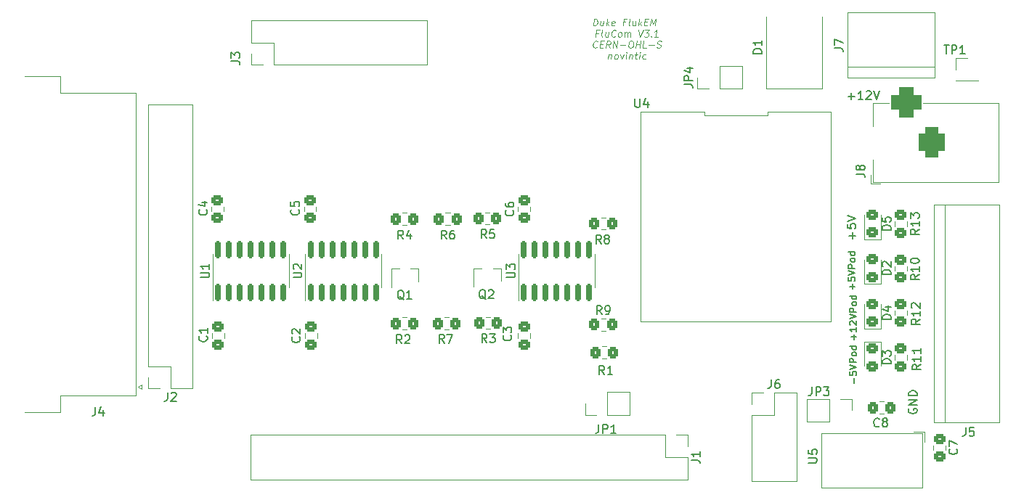
<source format=gbr>
G04 #@! TF.GenerationSoftware,KiCad,Pcbnew,(6.0.11-0)*
G04 #@! TF.CreationDate,2023-04-16T22:12:13+02:00*
G04 #@! TF.ProjectId,FluCom3,466c7543-6f6d-4332-9e6b-696361645f70,3.1*
G04 #@! TF.SameCoordinates,Original*
G04 #@! TF.FileFunction,Legend,Top*
G04 #@! TF.FilePolarity,Positive*
%FSLAX46Y46*%
G04 Gerber Fmt 4.6, Leading zero omitted, Abs format (unit mm)*
G04 Created by KiCad (PCBNEW (6.0.11-0)) date 2023-04-16 22:12:13*
%MOMM*%
%LPD*%
G01*
G04 APERTURE LIST*
G04 Aperture macros list*
%AMRoundRect*
0 Rectangle with rounded corners*
0 $1 Rounding radius*
0 $2 $3 $4 $5 $6 $7 $8 $9 X,Y pos of 4 corners*
0 Add a 4 corners polygon primitive as box body*
4,1,4,$2,$3,$4,$5,$6,$7,$8,$9,$2,$3,0*
0 Add four circle primitives for the rounded corners*
1,1,$1+$1,$2,$3*
1,1,$1+$1,$4,$5*
1,1,$1+$1,$6,$7*
1,1,$1+$1,$8,$9*
0 Add four rect primitives between the rounded corners*
20,1,$1+$1,$2,$3,$4,$5,0*
20,1,$1+$1,$4,$5,$6,$7,0*
20,1,$1+$1,$6,$7,$8,$9,0*
20,1,$1+$1,$8,$9,$2,$3,0*%
G04 Aperture macros list end*
%ADD10C,0.100000*%
%ADD11C,0.200000*%
%ADD12C,0.150000*%
%ADD13C,0.120000*%
%ADD14RoundRect,0.250000X-0.450000X0.325000X-0.450000X-0.325000X0.450000X-0.325000X0.450000X0.325000X0*%
%ADD15RoundRect,0.250000X0.450000X-0.325000X0.450000X0.325000X-0.450000X0.325000X-0.450000X-0.325000X0*%
%ADD16R,3.300000X2.500000*%
%ADD17R,1.700000X1.700000*%
%ADD18O,1.700000X1.700000*%
%ADD19R,3.500000X3.500000*%
%ADD20RoundRect,0.750000X0.750000X1.000000X-0.750000X1.000000X-0.750000X-1.000000X0.750000X-1.000000X0*%
%ADD21RoundRect,0.875000X0.875000X0.875000X-0.875000X0.875000X-0.875000X-0.875000X0.875000X-0.875000X0*%
%ADD22R,3.000000X3.000000*%
%ADD23C,3.000000*%
%ADD24R,0.800000X0.900000*%
%ADD25RoundRect,0.250000X0.325000X0.450000X-0.325000X0.450000X-0.325000X-0.450000X0.325000X-0.450000X0*%
%ADD26RoundRect,0.150000X0.150000X-0.825000X0.150000X0.825000X-0.150000X0.825000X-0.150000X-0.825000X0*%
%ADD27R,1.500000X2.000000*%
%ADD28O,1.500000X2.000000*%
%ADD29RoundRect,0.250000X-0.325000X-0.450000X0.325000X-0.450000X0.325000X0.450000X-0.325000X0.450000X0*%
%ADD30R,1.600000X1.600000*%
%ADD31C,1.600000*%
%ADD32O,2.000000X1.200000*%
G04 APERTURE END LIST*
D10*
X123319500Y-86429904D02*
X123419500Y-85629904D01*
X123609976Y-85629904D01*
X123719500Y-85668000D01*
X123786166Y-85744190D01*
X123814738Y-85820380D01*
X123833785Y-85972761D01*
X123819500Y-86087047D01*
X123762357Y-86239428D01*
X123714738Y-86315619D01*
X123629023Y-86391809D01*
X123509976Y-86429904D01*
X123319500Y-86429904D01*
X124529023Y-85896571D02*
X124462357Y-86429904D01*
X124186166Y-85896571D02*
X124133785Y-86315619D01*
X124162357Y-86391809D01*
X124233785Y-86429904D01*
X124348071Y-86429904D01*
X124429023Y-86391809D01*
X124471880Y-86353714D01*
X124843309Y-86429904D02*
X124943309Y-85629904D01*
X124957595Y-86125142D02*
X125148071Y-86429904D01*
X125214738Y-85896571D02*
X124871880Y-86201333D01*
X125800452Y-86391809D02*
X125719500Y-86429904D01*
X125567119Y-86429904D01*
X125495690Y-86391809D01*
X125467119Y-86315619D01*
X125505214Y-86010857D01*
X125552833Y-85934666D01*
X125633785Y-85896571D01*
X125786166Y-85896571D01*
X125857595Y-85934666D01*
X125886166Y-86010857D01*
X125876642Y-86087047D01*
X125486166Y-86163238D01*
X127105214Y-86010857D02*
X126838547Y-86010857D01*
X126786166Y-86429904D02*
X126886166Y-85629904D01*
X127267119Y-85629904D01*
X127586166Y-86429904D02*
X127514738Y-86391809D01*
X127486166Y-86315619D01*
X127571880Y-85629904D01*
X128300452Y-85896571D02*
X128233785Y-86429904D01*
X127957595Y-85896571D02*
X127905214Y-86315619D01*
X127933785Y-86391809D01*
X128005214Y-86429904D01*
X128119500Y-86429904D01*
X128200452Y-86391809D01*
X128243309Y-86353714D01*
X128614738Y-86429904D02*
X128714738Y-85629904D01*
X128729023Y-86125142D02*
X128919500Y-86429904D01*
X128986166Y-85896571D02*
X128643309Y-86201333D01*
X129314738Y-86010857D02*
X129581404Y-86010857D01*
X129643309Y-86429904D02*
X129262357Y-86429904D01*
X129362357Y-85629904D01*
X129743309Y-85629904D01*
X129986166Y-86429904D02*
X130086166Y-85629904D01*
X130281404Y-86201333D01*
X130619500Y-85629904D01*
X130519500Y-86429904D01*
X123924261Y-87298857D02*
X123657595Y-87298857D01*
X123605214Y-87717904D02*
X123705214Y-86917904D01*
X124086166Y-86917904D01*
X124405214Y-87717904D02*
X124333785Y-87679809D01*
X124305214Y-87603619D01*
X124390928Y-86917904D01*
X125119500Y-87184571D02*
X125052833Y-87717904D01*
X124776642Y-87184571D02*
X124724261Y-87603619D01*
X124752833Y-87679809D01*
X124824261Y-87717904D01*
X124938547Y-87717904D01*
X125019500Y-87679809D01*
X125062357Y-87641714D01*
X125900452Y-87641714D02*
X125857595Y-87679809D01*
X125738547Y-87717904D01*
X125662357Y-87717904D01*
X125552833Y-87679809D01*
X125486166Y-87603619D01*
X125457595Y-87527428D01*
X125438547Y-87375047D01*
X125452833Y-87260761D01*
X125509976Y-87108380D01*
X125557595Y-87032190D01*
X125643309Y-86956000D01*
X125762357Y-86917904D01*
X125838547Y-86917904D01*
X125948071Y-86956000D01*
X125981404Y-86994095D01*
X126348071Y-87717904D02*
X126276642Y-87679809D01*
X126243309Y-87641714D01*
X126214738Y-87565523D01*
X126243309Y-87336952D01*
X126290928Y-87260761D01*
X126333785Y-87222666D01*
X126414738Y-87184571D01*
X126529023Y-87184571D01*
X126600452Y-87222666D01*
X126633785Y-87260761D01*
X126662357Y-87336952D01*
X126633785Y-87565523D01*
X126586166Y-87641714D01*
X126543309Y-87679809D01*
X126462357Y-87717904D01*
X126348071Y-87717904D01*
X126957595Y-87717904D02*
X127024261Y-87184571D01*
X127014738Y-87260761D02*
X127057595Y-87222666D01*
X127138547Y-87184571D01*
X127252833Y-87184571D01*
X127324261Y-87222666D01*
X127352833Y-87298857D01*
X127300452Y-87717904D01*
X127352833Y-87298857D02*
X127400452Y-87222666D01*
X127481404Y-87184571D01*
X127595690Y-87184571D01*
X127667119Y-87222666D01*
X127695690Y-87298857D01*
X127643309Y-87717904D01*
X128619500Y-86917904D02*
X128786166Y-87717904D01*
X129152833Y-86917904D01*
X129343309Y-86917904D02*
X129838547Y-86917904D01*
X129533785Y-87222666D01*
X129648071Y-87222666D01*
X129719500Y-87260761D01*
X129752833Y-87298857D01*
X129781404Y-87375047D01*
X129757595Y-87565523D01*
X129709976Y-87641714D01*
X129667119Y-87679809D01*
X129586166Y-87717904D01*
X129357595Y-87717904D01*
X129286166Y-87679809D01*
X129252833Y-87641714D01*
X130090928Y-87641714D02*
X130124261Y-87679809D01*
X130081404Y-87717904D01*
X130048071Y-87679809D01*
X130090928Y-87641714D01*
X130081404Y-87717904D01*
X130881404Y-87717904D02*
X130424261Y-87717904D01*
X130652833Y-87717904D02*
X130752833Y-86917904D01*
X130662357Y-87032190D01*
X130576642Y-87108380D01*
X130495690Y-87146476D01*
X123767119Y-88929714D02*
X123724261Y-88967809D01*
X123605214Y-89005904D01*
X123529023Y-89005904D01*
X123419500Y-88967809D01*
X123352833Y-88891619D01*
X123324261Y-88815428D01*
X123305214Y-88663047D01*
X123319500Y-88548761D01*
X123376642Y-88396380D01*
X123424261Y-88320190D01*
X123509976Y-88244000D01*
X123629023Y-88205904D01*
X123705214Y-88205904D01*
X123814738Y-88244000D01*
X123848071Y-88282095D01*
X124152833Y-88586857D02*
X124419500Y-88586857D01*
X124481404Y-89005904D02*
X124100452Y-89005904D01*
X124200452Y-88205904D01*
X124581404Y-88205904D01*
X125281404Y-89005904D02*
X125062357Y-88624952D01*
X124824261Y-89005904D02*
X124924261Y-88205904D01*
X125229023Y-88205904D01*
X125300452Y-88244000D01*
X125333785Y-88282095D01*
X125362357Y-88358285D01*
X125348071Y-88472571D01*
X125300452Y-88548761D01*
X125257595Y-88586857D01*
X125176642Y-88624952D01*
X124871880Y-88624952D01*
X125624261Y-89005904D02*
X125724261Y-88205904D01*
X126081404Y-89005904D01*
X126181404Y-88205904D01*
X126500452Y-88701142D02*
X127109976Y-88701142D01*
X127705214Y-88205904D02*
X127857595Y-88205904D01*
X127929023Y-88244000D01*
X127995690Y-88320190D01*
X128014738Y-88472571D01*
X127981404Y-88739238D01*
X127924261Y-88891619D01*
X127838547Y-88967809D01*
X127757595Y-89005904D01*
X127605214Y-89005904D01*
X127533785Y-88967809D01*
X127467119Y-88891619D01*
X127448071Y-88739238D01*
X127481404Y-88472571D01*
X127538547Y-88320190D01*
X127624261Y-88244000D01*
X127705214Y-88205904D01*
X128290928Y-89005904D02*
X128390928Y-88205904D01*
X128343309Y-88586857D02*
X128800452Y-88586857D01*
X128748071Y-89005904D02*
X128848071Y-88205904D01*
X129509976Y-89005904D02*
X129129023Y-89005904D01*
X129229023Y-88205904D01*
X129814738Y-88701142D02*
X130424261Y-88701142D01*
X130733785Y-88967809D02*
X130843309Y-89005904D01*
X131033785Y-89005904D01*
X131114738Y-88967809D01*
X131157595Y-88929714D01*
X131205214Y-88853523D01*
X131214738Y-88777333D01*
X131186166Y-88701142D01*
X131152833Y-88663047D01*
X131081404Y-88624952D01*
X130933785Y-88586857D01*
X130862357Y-88548761D01*
X130829023Y-88510666D01*
X130800452Y-88434476D01*
X130809976Y-88358285D01*
X130857595Y-88282095D01*
X130900452Y-88244000D01*
X130981404Y-88205904D01*
X131171880Y-88205904D01*
X131281404Y-88244000D01*
X125138547Y-89760571D02*
X125071880Y-90293904D01*
X125129023Y-89836761D02*
X125171880Y-89798666D01*
X125252833Y-89760571D01*
X125367119Y-89760571D01*
X125438547Y-89798666D01*
X125467119Y-89874857D01*
X125414738Y-90293904D01*
X125909976Y-90293904D02*
X125838547Y-90255809D01*
X125805214Y-90217714D01*
X125776642Y-90141523D01*
X125805214Y-89912952D01*
X125852833Y-89836761D01*
X125895690Y-89798666D01*
X125976642Y-89760571D01*
X126090928Y-89760571D01*
X126162357Y-89798666D01*
X126195690Y-89836761D01*
X126224261Y-89912952D01*
X126195690Y-90141523D01*
X126148071Y-90217714D01*
X126105214Y-90255809D01*
X126024261Y-90293904D01*
X125909976Y-90293904D01*
X126509976Y-89760571D02*
X126633785Y-90293904D01*
X126890928Y-89760571D01*
X127129023Y-90293904D02*
X127195690Y-89760571D01*
X127229023Y-89493904D02*
X127186166Y-89532000D01*
X127219500Y-89570095D01*
X127262357Y-89532000D01*
X127229023Y-89493904D01*
X127219500Y-89570095D01*
X127576642Y-89760571D02*
X127509976Y-90293904D01*
X127567119Y-89836761D02*
X127609976Y-89798666D01*
X127690928Y-89760571D01*
X127805214Y-89760571D01*
X127876642Y-89798666D01*
X127905214Y-89874857D01*
X127852833Y-90293904D01*
X128186166Y-89760571D02*
X128490928Y-89760571D01*
X128333785Y-89493904D02*
X128248071Y-90179619D01*
X128276642Y-90255809D01*
X128348071Y-90293904D01*
X128424261Y-90293904D01*
X128690928Y-90293904D02*
X128757595Y-89760571D01*
X128790928Y-89493904D02*
X128748071Y-89532000D01*
X128781404Y-89570095D01*
X128824261Y-89532000D01*
X128790928Y-89493904D01*
X128781404Y-89570095D01*
X129419500Y-90255809D02*
X129338547Y-90293904D01*
X129186166Y-90293904D01*
X129114738Y-90255809D01*
X129081404Y-90217714D01*
X129052833Y-90141523D01*
X129081404Y-89912952D01*
X129129023Y-89836761D01*
X129171880Y-89798666D01*
X129252833Y-89760571D01*
X129405214Y-89760571D01*
X129476642Y-89798666D01*
D11*
X153557142Y-117152380D02*
X153557142Y-116542857D01*
X153861904Y-116847619D02*
X153252380Y-116847619D01*
X153061904Y-115780952D02*
X153061904Y-116161904D01*
X153442857Y-116200000D01*
X153404761Y-116161904D01*
X153366666Y-116085714D01*
X153366666Y-115895238D01*
X153404761Y-115819047D01*
X153442857Y-115780952D01*
X153519047Y-115742857D01*
X153709523Y-115742857D01*
X153785714Y-115780952D01*
X153823809Y-115819047D01*
X153861904Y-115895238D01*
X153861904Y-116085714D01*
X153823809Y-116161904D01*
X153785714Y-116200000D01*
X153061904Y-115514285D02*
X153861904Y-115247619D01*
X153061904Y-114980952D01*
X153861904Y-114714285D02*
X153061904Y-114714285D01*
X153061904Y-114409523D01*
X153100000Y-114333333D01*
X153138095Y-114295238D01*
X153214285Y-114257142D01*
X153328571Y-114257142D01*
X153404761Y-114295238D01*
X153442857Y-114333333D01*
X153480952Y-114409523D01*
X153480952Y-114714285D01*
X153861904Y-113800000D02*
X153823809Y-113876190D01*
X153785714Y-113914285D01*
X153709523Y-113952380D01*
X153480952Y-113952380D01*
X153404761Y-113914285D01*
X153366666Y-113876190D01*
X153328571Y-113800000D01*
X153328571Y-113685714D01*
X153366666Y-113609523D01*
X153404761Y-113571428D01*
X153480952Y-113533333D01*
X153709523Y-113533333D01*
X153785714Y-113571428D01*
X153823809Y-113609523D01*
X153861904Y-113685714D01*
X153861904Y-113800000D01*
X153861904Y-112847619D02*
X153061904Y-112847619D01*
X153823809Y-112847619D02*
X153861904Y-112923809D01*
X153861904Y-113076190D01*
X153823809Y-113152380D01*
X153785714Y-113190476D01*
X153709523Y-113228571D01*
X153480952Y-113228571D01*
X153404761Y-113190476D01*
X153366666Y-113152380D01*
X153328571Y-113076190D01*
X153328571Y-112923809D01*
X153366666Y-112847619D01*
X153025695Y-94661028D02*
X153787600Y-94661028D01*
X153406647Y-95041980D02*
X153406647Y-94280076D01*
X154787600Y-95041980D02*
X154216171Y-95041980D01*
X154501885Y-95041980D02*
X154501885Y-94041980D01*
X154406647Y-94184838D01*
X154311409Y-94280076D01*
X154216171Y-94327695D01*
X155168552Y-94137219D02*
X155216171Y-94089600D01*
X155311409Y-94041980D01*
X155549504Y-94041980D01*
X155644742Y-94089600D01*
X155692361Y-94137219D01*
X155739980Y-94232457D01*
X155739980Y-94327695D01*
X155692361Y-94470552D01*
X155120933Y-95041980D01*
X155739980Y-95041980D01*
X156025695Y-94041980D02*
X156359028Y-95041980D01*
X156692361Y-94041980D01*
X160129600Y-131114704D02*
X160081980Y-131209942D01*
X160081980Y-131352800D01*
X160129600Y-131495657D01*
X160224838Y-131590895D01*
X160320076Y-131638514D01*
X160510552Y-131686133D01*
X160653409Y-131686133D01*
X160843885Y-131638514D01*
X160939123Y-131590895D01*
X161034361Y-131495657D01*
X161081980Y-131352800D01*
X161081980Y-131257561D01*
X161034361Y-131114704D01*
X160986742Y-131067085D01*
X160653409Y-131067085D01*
X160653409Y-131257561D01*
X161081980Y-130638514D02*
X160081980Y-130638514D01*
X161081980Y-130067085D01*
X160081980Y-130067085D01*
X161081980Y-129590895D02*
X160081980Y-129590895D01*
X160081980Y-129352800D01*
X160129600Y-129209942D01*
X160224838Y-129114704D01*
X160320076Y-129067085D01*
X160510552Y-129019466D01*
X160653409Y-129019466D01*
X160843885Y-129067085D01*
X160939123Y-129114704D01*
X161034361Y-129209942D01*
X161081980Y-129352800D01*
X161081980Y-129590895D01*
X153727142Y-123033333D02*
X153727142Y-122423809D01*
X154031904Y-122728571D02*
X153422380Y-122728571D01*
X154031904Y-121623809D02*
X154031904Y-122080952D01*
X154031904Y-121852380D02*
X153231904Y-121852380D01*
X153346190Y-121928571D01*
X153422380Y-122004761D01*
X153460476Y-122080952D01*
X153308095Y-121319047D02*
X153270000Y-121280952D01*
X153231904Y-121204761D01*
X153231904Y-121014285D01*
X153270000Y-120938095D01*
X153308095Y-120900000D01*
X153384285Y-120861904D01*
X153460476Y-120861904D01*
X153574761Y-120900000D01*
X154031904Y-121357142D01*
X154031904Y-120861904D01*
X153231904Y-120633333D02*
X154031904Y-120366666D01*
X153231904Y-120100000D01*
X154031904Y-119833333D02*
X153231904Y-119833333D01*
X153231904Y-119528571D01*
X153270000Y-119452380D01*
X153308095Y-119414285D01*
X153384285Y-119376190D01*
X153498571Y-119376190D01*
X153574761Y-119414285D01*
X153612857Y-119452380D01*
X153650952Y-119528571D01*
X153650952Y-119833333D01*
X154031904Y-118919047D02*
X153993809Y-118995238D01*
X153955714Y-119033333D01*
X153879523Y-119071428D01*
X153650952Y-119071428D01*
X153574761Y-119033333D01*
X153536666Y-118995238D01*
X153498571Y-118919047D01*
X153498571Y-118804761D01*
X153536666Y-118728571D01*
X153574761Y-118690476D01*
X153650952Y-118652380D01*
X153879523Y-118652380D01*
X153955714Y-118690476D01*
X153993809Y-118728571D01*
X154031904Y-118804761D01*
X154031904Y-118919047D01*
X154031904Y-117966666D02*
X153231904Y-117966666D01*
X153993809Y-117966666D02*
X154031904Y-118042857D01*
X154031904Y-118195238D01*
X153993809Y-118271428D01*
X153955714Y-118309523D01*
X153879523Y-118347619D01*
X153650952Y-118347619D01*
X153574761Y-118309523D01*
X153536666Y-118271428D01*
X153498571Y-118195238D01*
X153498571Y-118042857D01*
X153536666Y-117966666D01*
X153727142Y-128152380D02*
X153727142Y-127542857D01*
X153231904Y-126780952D02*
X153231904Y-127161904D01*
X153612857Y-127200000D01*
X153574761Y-127161904D01*
X153536666Y-127085714D01*
X153536666Y-126895238D01*
X153574761Y-126819047D01*
X153612857Y-126780952D01*
X153689047Y-126742857D01*
X153879523Y-126742857D01*
X153955714Y-126780952D01*
X153993809Y-126819047D01*
X154031904Y-126895238D01*
X154031904Y-127085714D01*
X153993809Y-127161904D01*
X153955714Y-127200000D01*
X153231904Y-126514285D02*
X154031904Y-126247619D01*
X153231904Y-125980952D01*
X154031904Y-125714285D02*
X153231904Y-125714285D01*
X153231904Y-125409523D01*
X153270000Y-125333333D01*
X153308095Y-125295238D01*
X153384285Y-125257142D01*
X153498571Y-125257142D01*
X153574761Y-125295238D01*
X153612857Y-125333333D01*
X153650952Y-125409523D01*
X153650952Y-125714285D01*
X154031904Y-124800000D02*
X153993809Y-124876190D01*
X153955714Y-124914285D01*
X153879523Y-124952380D01*
X153650952Y-124952380D01*
X153574761Y-124914285D01*
X153536666Y-124876190D01*
X153498571Y-124800000D01*
X153498571Y-124685714D01*
X153536666Y-124609523D01*
X153574761Y-124571428D01*
X153650952Y-124533333D01*
X153879523Y-124533333D01*
X153955714Y-124571428D01*
X153993809Y-124609523D01*
X154031904Y-124685714D01*
X154031904Y-124800000D01*
X154031904Y-123847619D02*
X153231904Y-123847619D01*
X153993809Y-123847619D02*
X154031904Y-123923809D01*
X154031904Y-124076190D01*
X153993809Y-124152380D01*
X153955714Y-124190476D01*
X153879523Y-124228571D01*
X153650952Y-124228571D01*
X153574761Y-124190476D01*
X153536666Y-124152380D01*
X153498571Y-124076190D01*
X153498571Y-123923809D01*
X153536666Y-123847619D01*
X153571428Y-111285714D02*
X153571428Y-110523809D01*
X153952380Y-110904761D02*
X153190476Y-110904761D01*
X152952380Y-109571428D02*
X152952380Y-110047619D01*
X153428571Y-110095238D01*
X153380952Y-110047619D01*
X153333333Y-109952380D01*
X153333333Y-109714285D01*
X153380952Y-109619047D01*
X153428571Y-109571428D01*
X153523809Y-109523809D01*
X153761904Y-109523809D01*
X153857142Y-109571428D01*
X153904761Y-109619047D01*
X153952380Y-109714285D01*
X153952380Y-109952380D01*
X153904761Y-110047619D01*
X153857142Y-110095238D01*
X152952380Y-109238095D02*
X153952380Y-108904761D01*
X152952380Y-108571428D01*
D12*
X78260742Y-122647066D02*
X78308361Y-122694685D01*
X78355980Y-122837542D01*
X78355980Y-122932780D01*
X78308361Y-123075638D01*
X78213123Y-123170876D01*
X78117885Y-123218495D01*
X77927409Y-123266114D01*
X77784552Y-123266114D01*
X77594076Y-123218495D01*
X77498838Y-123170876D01*
X77403600Y-123075638D01*
X77355980Y-122932780D01*
X77355980Y-122837542D01*
X77403600Y-122694685D01*
X77451219Y-122647066D01*
X78355980Y-121694685D02*
X78355980Y-122266114D01*
X78355980Y-121980400D02*
X77355980Y-121980400D01*
X77498838Y-122075638D01*
X77594076Y-122170876D01*
X77641695Y-122266114D01*
X89081142Y-122747066D02*
X89128761Y-122794685D01*
X89176380Y-122937542D01*
X89176380Y-123032780D01*
X89128761Y-123175638D01*
X89033523Y-123270876D01*
X88938285Y-123318495D01*
X88747809Y-123366114D01*
X88604952Y-123366114D01*
X88414476Y-123318495D01*
X88319238Y-123270876D01*
X88224000Y-123175638D01*
X88176380Y-123032780D01*
X88176380Y-122937542D01*
X88224000Y-122794685D01*
X88271619Y-122747066D01*
X88271619Y-122366114D02*
X88224000Y-122318495D01*
X88176380Y-122223257D01*
X88176380Y-121985161D01*
X88224000Y-121889923D01*
X88271619Y-121842304D01*
X88366857Y-121794685D01*
X88462095Y-121794685D01*
X88604952Y-121842304D01*
X89176380Y-122413733D01*
X89176380Y-121794685D01*
X88979542Y-107889266D02*
X89027161Y-107936885D01*
X89074780Y-108079742D01*
X89074780Y-108174980D01*
X89027161Y-108317838D01*
X88931923Y-108413076D01*
X88836685Y-108460695D01*
X88646209Y-108508314D01*
X88503352Y-108508314D01*
X88312876Y-108460695D01*
X88217638Y-108413076D01*
X88122400Y-108317838D01*
X88074780Y-108174980D01*
X88074780Y-108079742D01*
X88122400Y-107936885D01*
X88170019Y-107889266D01*
X88074780Y-106984504D02*
X88074780Y-107460695D01*
X88550971Y-107508314D01*
X88503352Y-107460695D01*
X88455733Y-107365457D01*
X88455733Y-107127361D01*
X88503352Y-107032123D01*
X88550971Y-106984504D01*
X88646209Y-106936885D01*
X88884304Y-106936885D01*
X88979542Y-106984504D01*
X89027161Y-107032123D01*
X89074780Y-107127361D01*
X89074780Y-107365457D01*
X89027161Y-107460695D01*
X88979542Y-107508314D01*
X165710142Y-135802666D02*
X165757761Y-135850285D01*
X165805380Y-135993142D01*
X165805380Y-136088380D01*
X165757761Y-136231238D01*
X165662523Y-136326476D01*
X165567285Y-136374095D01*
X165376809Y-136421714D01*
X165233952Y-136421714D01*
X165043476Y-136374095D01*
X164948238Y-136326476D01*
X164853000Y-136231238D01*
X164805380Y-136088380D01*
X164805380Y-135993142D01*
X164853000Y-135850285D01*
X164900619Y-135802666D01*
X164805380Y-135469333D02*
X164805380Y-134802666D01*
X165805380Y-135231238D01*
X158027380Y-115463095D02*
X157027380Y-115463095D01*
X157027380Y-115225000D01*
X157075000Y-115082142D01*
X157170238Y-114986904D01*
X157265476Y-114939285D01*
X157455952Y-114891666D01*
X157598809Y-114891666D01*
X157789285Y-114939285D01*
X157884523Y-114986904D01*
X157979761Y-115082142D01*
X158027380Y-115225000D01*
X158027380Y-115463095D01*
X157122619Y-114510714D02*
X157075000Y-114463095D01*
X157027380Y-114367857D01*
X157027380Y-114129761D01*
X157075000Y-114034523D01*
X157122619Y-113986904D01*
X157217857Y-113939285D01*
X157313095Y-113939285D01*
X157455952Y-113986904D01*
X158027380Y-114558333D01*
X158027380Y-113939285D01*
X158027380Y-125863095D02*
X157027380Y-125863095D01*
X157027380Y-125625000D01*
X157075000Y-125482142D01*
X157170238Y-125386904D01*
X157265476Y-125339285D01*
X157455952Y-125291666D01*
X157598809Y-125291666D01*
X157789285Y-125339285D01*
X157884523Y-125386904D01*
X157979761Y-125482142D01*
X158027380Y-125625000D01*
X158027380Y-125863095D01*
X157027380Y-124958333D02*
X157027380Y-124339285D01*
X157408333Y-124672619D01*
X157408333Y-124529761D01*
X157455952Y-124434523D01*
X157503571Y-124386904D01*
X157598809Y-124339285D01*
X157836904Y-124339285D01*
X157932142Y-124386904D01*
X157979761Y-124434523D01*
X158027380Y-124529761D01*
X158027380Y-124815476D01*
X157979761Y-124910714D01*
X157932142Y-124958333D01*
X158059380Y-120663095D02*
X157059380Y-120663095D01*
X157059380Y-120425000D01*
X157107000Y-120282142D01*
X157202238Y-120186904D01*
X157297476Y-120139285D01*
X157487952Y-120091666D01*
X157630809Y-120091666D01*
X157821285Y-120139285D01*
X157916523Y-120186904D01*
X158011761Y-120282142D01*
X158059380Y-120425000D01*
X158059380Y-120663095D01*
X157392714Y-119234523D02*
X158059380Y-119234523D01*
X157011761Y-119472619D02*
X157726047Y-119710714D01*
X157726047Y-119091666D01*
X158027380Y-110263095D02*
X157027380Y-110263095D01*
X157027380Y-110025000D01*
X157075000Y-109882142D01*
X157170238Y-109786904D01*
X157265476Y-109739285D01*
X157455952Y-109691666D01*
X157598809Y-109691666D01*
X157789285Y-109739285D01*
X157884523Y-109786904D01*
X157979761Y-109882142D01*
X158027380Y-110025000D01*
X158027380Y-110263095D01*
X157027380Y-108786904D02*
X157027380Y-109263095D01*
X157503571Y-109310714D01*
X157455952Y-109263095D01*
X157408333Y-109167857D01*
X157408333Y-108929761D01*
X157455952Y-108834523D01*
X157503571Y-108786904D01*
X157598809Y-108739285D01*
X157836904Y-108739285D01*
X157932142Y-108786904D01*
X157979761Y-108834523D01*
X158027380Y-108929761D01*
X158027380Y-109167857D01*
X157979761Y-109263095D01*
X157932142Y-109310714D01*
X142971780Y-89663495D02*
X141971780Y-89663495D01*
X141971780Y-89425400D01*
X142019400Y-89282542D01*
X142114638Y-89187304D01*
X142209876Y-89139685D01*
X142400352Y-89092066D01*
X142543209Y-89092066D01*
X142733685Y-89139685D01*
X142828923Y-89187304D01*
X142924161Y-89282542D01*
X142971780Y-89425400D01*
X142971780Y-89663495D01*
X142971780Y-88139685D02*
X142971780Y-88711114D01*
X142971780Y-88425400D02*
X141971780Y-88425400D01*
X142114638Y-88520638D01*
X142209876Y-88615876D01*
X142257495Y-88711114D01*
X134782380Y-137103333D02*
X135496666Y-137103333D01*
X135639523Y-137150952D01*
X135734761Y-137246190D01*
X135782380Y-137389047D01*
X135782380Y-137484285D01*
X135782380Y-136103333D02*
X135782380Y-136674761D01*
X135782380Y-136389047D02*
X134782380Y-136389047D01*
X134925238Y-136484285D01*
X135020476Y-136579523D01*
X135068095Y-136674761D01*
X73711666Y-129207380D02*
X73711666Y-129921666D01*
X73664047Y-130064523D01*
X73568809Y-130159761D01*
X73425952Y-130207380D01*
X73330714Y-130207380D01*
X74140238Y-129302619D02*
X74187857Y-129255000D01*
X74283095Y-129207380D01*
X74521190Y-129207380D01*
X74616428Y-129255000D01*
X74664047Y-129302619D01*
X74711666Y-129397857D01*
X74711666Y-129493095D01*
X74664047Y-129635952D01*
X74092619Y-130207380D01*
X74711666Y-130207380D01*
X153991380Y-103708333D02*
X154705666Y-103708333D01*
X154848523Y-103755952D01*
X154943761Y-103851190D01*
X154991380Y-103994047D01*
X154991380Y-104089285D01*
X154419952Y-103089285D02*
X154372333Y-103184523D01*
X154324714Y-103232142D01*
X154229476Y-103279761D01*
X154181857Y-103279761D01*
X154086619Y-103232142D01*
X154039000Y-103184523D01*
X153991380Y-103089285D01*
X153991380Y-102898809D01*
X154039000Y-102803571D01*
X154086619Y-102755952D01*
X154181857Y-102708333D01*
X154229476Y-102708333D01*
X154324714Y-102755952D01*
X154372333Y-102803571D01*
X154419952Y-102898809D01*
X154419952Y-103089285D01*
X154467571Y-103184523D01*
X154515190Y-103232142D01*
X154610428Y-103279761D01*
X154800904Y-103279761D01*
X154896142Y-103232142D01*
X154943761Y-103184523D01*
X154991380Y-103089285D01*
X154991380Y-102898809D01*
X154943761Y-102803571D01*
X154896142Y-102755952D01*
X154800904Y-102708333D01*
X154610428Y-102708333D01*
X154515190Y-102755952D01*
X154467571Y-102803571D01*
X154419952Y-102898809D01*
X166747866Y-133310380D02*
X166747866Y-134024666D01*
X166700247Y-134167523D01*
X166605009Y-134262761D01*
X166462152Y-134310380D01*
X166366914Y-134310380D01*
X167700247Y-133310380D02*
X167224057Y-133310380D01*
X167176438Y-133786571D01*
X167224057Y-133738952D01*
X167319295Y-133691333D01*
X167557390Y-133691333D01*
X167652628Y-133738952D01*
X167700247Y-133786571D01*
X167747866Y-133881809D01*
X167747866Y-134119904D01*
X167700247Y-134215142D01*
X167652628Y-134262761D01*
X167557390Y-134310380D01*
X167319295Y-134310380D01*
X167224057Y-134262761D01*
X167176438Y-134215142D01*
X151452380Y-89033333D02*
X152166666Y-89033333D01*
X152309523Y-89080952D01*
X152404761Y-89176190D01*
X152452380Y-89319047D01*
X152452380Y-89414285D01*
X151452380Y-88652380D02*
X151452380Y-87985714D01*
X152452380Y-88414285D01*
X148823466Y-128585980D02*
X148823466Y-129300266D01*
X148775847Y-129443123D01*
X148680609Y-129538361D01*
X148537752Y-129585980D01*
X148442514Y-129585980D01*
X149299657Y-129585980D02*
X149299657Y-128585980D01*
X149680609Y-128585980D01*
X149775847Y-128633600D01*
X149823466Y-128681219D01*
X149871085Y-128776457D01*
X149871085Y-128919314D01*
X149823466Y-129014552D01*
X149775847Y-129062171D01*
X149680609Y-129109790D01*
X149299657Y-129109790D01*
X150204419Y-128585980D02*
X150823466Y-128585980D01*
X150490133Y-128966933D01*
X150632990Y-128966933D01*
X150728228Y-129014552D01*
X150775847Y-129062171D01*
X150823466Y-129157409D01*
X150823466Y-129395504D01*
X150775847Y-129490742D01*
X150728228Y-129538361D01*
X150632990Y-129585980D01*
X150347276Y-129585980D01*
X150252038Y-129538361D01*
X150204419Y-129490742D01*
X110806761Y-118347619D02*
X110711523Y-118300000D01*
X110616285Y-118204761D01*
X110473428Y-118061904D01*
X110378190Y-118014285D01*
X110282952Y-118014285D01*
X110330571Y-118252380D02*
X110235333Y-118204761D01*
X110140095Y-118109523D01*
X110092476Y-117919047D01*
X110092476Y-117585714D01*
X110140095Y-117395238D01*
X110235333Y-117300000D01*
X110330571Y-117252380D01*
X110521047Y-117252380D01*
X110616285Y-117300000D01*
X110711523Y-117395238D01*
X110759142Y-117585714D01*
X110759142Y-117919047D01*
X110711523Y-118109523D01*
X110616285Y-118204761D01*
X110521047Y-118252380D01*
X110330571Y-118252380D01*
X111140095Y-117347619D02*
X111187714Y-117300000D01*
X111282952Y-117252380D01*
X111521047Y-117252380D01*
X111616285Y-117300000D01*
X111663904Y-117347619D01*
X111711523Y-117442857D01*
X111711523Y-117538095D01*
X111663904Y-117680952D01*
X111092476Y-118252380D01*
X111711523Y-118252380D01*
X161327380Y-115467857D02*
X160851190Y-115801190D01*
X161327380Y-116039285D02*
X160327380Y-116039285D01*
X160327380Y-115658333D01*
X160375000Y-115563095D01*
X160422619Y-115515476D01*
X160517857Y-115467857D01*
X160660714Y-115467857D01*
X160755952Y-115515476D01*
X160803571Y-115563095D01*
X160851190Y-115658333D01*
X160851190Y-116039285D01*
X161327380Y-114515476D02*
X161327380Y-115086904D01*
X161327380Y-114801190D02*
X160327380Y-114801190D01*
X160470238Y-114896428D01*
X160565476Y-114991666D01*
X160613095Y-115086904D01*
X160327380Y-113896428D02*
X160327380Y-113801190D01*
X160375000Y-113705952D01*
X160422619Y-113658333D01*
X160517857Y-113610714D01*
X160708333Y-113563095D01*
X160946428Y-113563095D01*
X161136904Y-113610714D01*
X161232142Y-113658333D01*
X161279761Y-113705952D01*
X161327380Y-113801190D01*
X161327380Y-113896428D01*
X161279761Y-113991666D01*
X161232142Y-114039285D01*
X161136904Y-114086904D01*
X160946428Y-114134523D01*
X160708333Y-114134523D01*
X160517857Y-114086904D01*
X160422619Y-114039285D01*
X160375000Y-113991666D01*
X160327380Y-113896428D01*
X161427380Y-120667857D02*
X160951190Y-121001190D01*
X161427380Y-121239285D02*
X160427380Y-121239285D01*
X160427380Y-120858333D01*
X160475000Y-120763095D01*
X160522619Y-120715476D01*
X160617857Y-120667857D01*
X160760714Y-120667857D01*
X160855952Y-120715476D01*
X160903571Y-120763095D01*
X160951190Y-120858333D01*
X160951190Y-121239285D01*
X161427380Y-119715476D02*
X161427380Y-120286904D01*
X161427380Y-120001190D02*
X160427380Y-120001190D01*
X160570238Y-120096428D01*
X160665476Y-120191666D01*
X160713095Y-120286904D01*
X160522619Y-119334523D02*
X160475000Y-119286904D01*
X160427380Y-119191666D01*
X160427380Y-118953571D01*
X160475000Y-118858333D01*
X160522619Y-118810714D01*
X160617857Y-118763095D01*
X160713095Y-118763095D01*
X160855952Y-118810714D01*
X161427380Y-119382142D01*
X161427380Y-118763095D01*
X161327380Y-110167857D02*
X160851190Y-110501190D01*
X161327380Y-110739285D02*
X160327380Y-110739285D01*
X160327380Y-110358333D01*
X160375000Y-110263095D01*
X160422619Y-110215476D01*
X160517857Y-110167857D01*
X160660714Y-110167857D01*
X160755952Y-110215476D01*
X160803571Y-110263095D01*
X160851190Y-110358333D01*
X160851190Y-110739285D01*
X161327380Y-109215476D02*
X161327380Y-109786904D01*
X161327380Y-109501190D02*
X160327380Y-109501190D01*
X160470238Y-109596428D01*
X160565476Y-109691666D01*
X160613095Y-109786904D01*
X160327380Y-108882142D02*
X160327380Y-108263095D01*
X160708333Y-108596428D01*
X160708333Y-108453571D01*
X160755952Y-108358333D01*
X160803571Y-108310714D01*
X160898809Y-108263095D01*
X161136904Y-108263095D01*
X161232142Y-108310714D01*
X161279761Y-108358333D01*
X161327380Y-108453571D01*
X161327380Y-108739285D01*
X161279761Y-108834523D01*
X161232142Y-108882142D01*
X110932933Y-123388380D02*
X110599600Y-122912190D01*
X110361504Y-123388380D02*
X110361504Y-122388380D01*
X110742457Y-122388380D01*
X110837695Y-122436000D01*
X110885314Y-122483619D01*
X110932933Y-122578857D01*
X110932933Y-122721714D01*
X110885314Y-122816952D01*
X110837695Y-122864571D01*
X110742457Y-122912190D01*
X110361504Y-122912190D01*
X111266266Y-122388380D02*
X111885314Y-122388380D01*
X111551980Y-122769333D01*
X111694838Y-122769333D01*
X111790076Y-122816952D01*
X111837695Y-122864571D01*
X111885314Y-122959809D01*
X111885314Y-123197904D01*
X111837695Y-123293142D01*
X111790076Y-123340761D01*
X111694838Y-123388380D01*
X111409123Y-123388380D01*
X111313885Y-123340761D01*
X111266266Y-123293142D01*
X105954533Y-123439180D02*
X105621200Y-122962990D01*
X105383104Y-123439180D02*
X105383104Y-122439180D01*
X105764057Y-122439180D01*
X105859295Y-122486800D01*
X105906914Y-122534419D01*
X105954533Y-122629657D01*
X105954533Y-122772514D01*
X105906914Y-122867752D01*
X105859295Y-122915371D01*
X105764057Y-122962990D01*
X105383104Y-122962990D01*
X106287866Y-122439180D02*
X106954533Y-122439180D01*
X106525961Y-123439180D01*
X164244495Y-88707980D02*
X164815923Y-88707980D01*
X164530209Y-89707980D02*
X164530209Y-88707980D01*
X165149257Y-89707980D02*
X165149257Y-88707980D01*
X165530209Y-88707980D01*
X165625447Y-88755600D01*
X165673066Y-88803219D01*
X165720685Y-88898457D01*
X165720685Y-89041314D01*
X165673066Y-89136552D01*
X165625447Y-89184171D01*
X165530209Y-89231790D01*
X165149257Y-89231790D01*
X166673066Y-89707980D02*
X166101638Y-89707980D01*
X166387352Y-89707980D02*
X166387352Y-88707980D01*
X166292114Y-88850838D01*
X166196876Y-88946076D01*
X166101638Y-88993695D01*
X77572380Y-115808904D02*
X78381904Y-115808904D01*
X78477142Y-115761285D01*
X78524761Y-115713666D01*
X78572380Y-115618428D01*
X78572380Y-115427952D01*
X78524761Y-115332714D01*
X78477142Y-115285095D01*
X78381904Y-115237476D01*
X77572380Y-115237476D01*
X78572380Y-114237476D02*
X78572380Y-114808904D01*
X78572380Y-114523190D02*
X77572380Y-114523190D01*
X77715238Y-114618428D01*
X77810476Y-114713666D01*
X77858095Y-114808904D01*
X88355580Y-115808904D02*
X89165104Y-115808904D01*
X89260342Y-115761285D01*
X89307961Y-115713666D01*
X89355580Y-115618428D01*
X89355580Y-115427952D01*
X89307961Y-115332714D01*
X89260342Y-115285095D01*
X89165104Y-115237476D01*
X88355580Y-115237476D01*
X88450819Y-114808904D02*
X88403200Y-114761285D01*
X88355580Y-114666047D01*
X88355580Y-114427952D01*
X88403200Y-114332714D01*
X88450819Y-114285095D01*
X88546057Y-114237476D01*
X88641295Y-114237476D01*
X88784152Y-114285095D01*
X89355580Y-114856523D01*
X89355580Y-114237476D01*
X148423380Y-137413904D02*
X149232904Y-137413904D01*
X149328142Y-137366285D01*
X149375761Y-137318666D01*
X149423380Y-137223428D01*
X149423380Y-137032952D01*
X149375761Y-136937714D01*
X149328142Y-136890095D01*
X149232904Y-136842476D01*
X148423380Y-136842476D01*
X148423380Y-135890095D02*
X148423380Y-136366285D01*
X148899571Y-136413904D01*
X148851952Y-136366285D01*
X148804333Y-136271047D01*
X148804333Y-136032952D01*
X148851952Y-135937714D01*
X148899571Y-135890095D01*
X148994809Y-135842476D01*
X149232904Y-135842476D01*
X149328142Y-135890095D01*
X149375761Y-135937714D01*
X149423380Y-136032952D01*
X149423380Y-136271047D01*
X149375761Y-136366285D01*
X149328142Y-136413904D01*
X101010333Y-123502380D02*
X100677000Y-123026190D01*
X100438904Y-123502380D02*
X100438904Y-122502380D01*
X100819857Y-122502380D01*
X100915095Y-122550000D01*
X100962714Y-122597619D01*
X101010333Y-122692857D01*
X101010333Y-122835714D01*
X100962714Y-122930952D01*
X100915095Y-122978571D01*
X100819857Y-123026190D01*
X100438904Y-123026190D01*
X101391285Y-122597619D02*
X101438904Y-122550000D01*
X101534142Y-122502380D01*
X101772238Y-122502380D01*
X101867476Y-122550000D01*
X101915095Y-122597619D01*
X101962714Y-122692857D01*
X101962714Y-122788095D01*
X101915095Y-122930952D01*
X101343666Y-123502380D01*
X101962714Y-123502380D01*
X101185333Y-111318380D02*
X100852000Y-110842190D01*
X100613904Y-111318380D02*
X100613904Y-110318380D01*
X100994857Y-110318380D01*
X101090095Y-110366000D01*
X101137714Y-110413619D01*
X101185333Y-110508857D01*
X101185333Y-110651714D01*
X101137714Y-110746952D01*
X101090095Y-110794571D01*
X100994857Y-110842190D01*
X100613904Y-110842190D01*
X102042476Y-110651714D02*
X102042476Y-111318380D01*
X101804380Y-110270761D02*
X101566285Y-110985047D01*
X102185333Y-110985047D01*
X101256761Y-118397619D02*
X101161523Y-118350000D01*
X101066285Y-118254761D01*
X100923428Y-118111904D01*
X100828190Y-118064285D01*
X100732952Y-118064285D01*
X100780571Y-118302380D02*
X100685333Y-118254761D01*
X100590095Y-118159523D01*
X100542476Y-117969047D01*
X100542476Y-117635714D01*
X100590095Y-117445238D01*
X100685333Y-117350000D01*
X100780571Y-117302380D01*
X100971047Y-117302380D01*
X101066285Y-117350000D01*
X101161523Y-117445238D01*
X101209142Y-117635714D01*
X101209142Y-117969047D01*
X101161523Y-118159523D01*
X101066285Y-118254761D01*
X100971047Y-118302380D01*
X100780571Y-118302380D01*
X102161523Y-118302380D02*
X101590095Y-118302380D01*
X101875809Y-118302380D02*
X101875809Y-117302380D01*
X101780571Y-117445238D01*
X101685333Y-117540476D01*
X101590095Y-117588095D01*
X110882133Y-111218780D02*
X110548800Y-110742590D01*
X110310704Y-111218780D02*
X110310704Y-110218780D01*
X110691657Y-110218780D01*
X110786895Y-110266400D01*
X110834514Y-110314019D01*
X110882133Y-110409257D01*
X110882133Y-110552114D01*
X110834514Y-110647352D01*
X110786895Y-110694971D01*
X110691657Y-110742590D01*
X110310704Y-110742590D01*
X111786895Y-110218780D02*
X111310704Y-110218780D01*
X111263085Y-110694971D01*
X111310704Y-110647352D01*
X111405942Y-110599733D01*
X111644038Y-110599733D01*
X111739276Y-110647352D01*
X111786895Y-110694971D01*
X111834514Y-110790209D01*
X111834514Y-111028304D01*
X111786895Y-111123542D01*
X111739276Y-111171161D01*
X111644038Y-111218780D01*
X111405942Y-111218780D01*
X111310704Y-111171161D01*
X111263085Y-111123542D01*
X124633334Y-127102381D02*
X124300001Y-126626191D01*
X124061905Y-127102381D02*
X124061905Y-126102381D01*
X124442858Y-126102381D01*
X124538096Y-126150001D01*
X124585715Y-126197620D01*
X124633334Y-126292858D01*
X124633334Y-126435715D01*
X124585715Y-126530953D01*
X124538096Y-126578572D01*
X124442858Y-126626191D01*
X124061905Y-126626191D01*
X125585715Y-127102381D02*
X125014286Y-127102381D01*
X125300001Y-127102381D02*
X125300001Y-126102381D01*
X125204762Y-126245239D01*
X125109524Y-126340477D01*
X125014286Y-126388096D01*
X78249942Y-107889266D02*
X78297561Y-107936885D01*
X78345180Y-108079742D01*
X78345180Y-108174980D01*
X78297561Y-108317838D01*
X78202323Y-108413076D01*
X78107085Y-108460695D01*
X77916609Y-108508314D01*
X77773752Y-108508314D01*
X77583276Y-108460695D01*
X77488038Y-108413076D01*
X77392800Y-108317838D01*
X77345180Y-108174980D01*
X77345180Y-108079742D01*
X77392800Y-107936885D01*
X77440419Y-107889266D01*
X77678514Y-107032123D02*
X78345180Y-107032123D01*
X77297561Y-107270219D02*
X78011847Y-107508314D01*
X78011847Y-106889266D01*
X113722342Y-122547066D02*
X113769961Y-122594685D01*
X113817580Y-122737542D01*
X113817580Y-122832780D01*
X113769961Y-122975638D01*
X113674723Y-123070876D01*
X113579485Y-123118495D01*
X113389009Y-123166114D01*
X113246152Y-123166114D01*
X113055676Y-123118495D01*
X112960438Y-123070876D01*
X112865200Y-122975638D01*
X112817580Y-122832780D01*
X112817580Y-122737542D01*
X112865200Y-122594685D01*
X112912819Y-122547066D01*
X112817580Y-122213733D02*
X112817580Y-121594685D01*
X113198533Y-121928019D01*
X113198533Y-121785161D01*
X113246152Y-121689923D01*
X113293771Y-121642304D01*
X113389009Y-121594685D01*
X113627104Y-121594685D01*
X113722342Y-121642304D01*
X113769961Y-121689923D01*
X113817580Y-121785161D01*
X113817580Y-122070876D01*
X113769961Y-122166114D01*
X113722342Y-122213733D01*
X113972342Y-107964266D02*
X114019961Y-108011885D01*
X114067580Y-108154742D01*
X114067580Y-108249980D01*
X114019961Y-108392838D01*
X113924723Y-108488076D01*
X113829485Y-108535695D01*
X113639009Y-108583314D01*
X113496152Y-108583314D01*
X113305676Y-108535695D01*
X113210438Y-108488076D01*
X113115200Y-108392838D01*
X113067580Y-108249980D01*
X113067580Y-108154742D01*
X113115200Y-108011885D01*
X113162819Y-107964266D01*
X113067580Y-107107123D02*
X113067580Y-107297600D01*
X113115200Y-107392838D01*
X113162819Y-107440457D01*
X113305676Y-107535695D01*
X113496152Y-107583314D01*
X113877104Y-107583314D01*
X113972342Y-107535695D01*
X114019961Y-107488076D01*
X114067580Y-107392838D01*
X114067580Y-107202361D01*
X114019961Y-107107123D01*
X113972342Y-107059504D01*
X113877104Y-107011885D01*
X113639009Y-107011885D01*
X113543771Y-107059504D01*
X113496152Y-107107123D01*
X113448533Y-107202361D01*
X113448533Y-107392838D01*
X113496152Y-107488076D01*
X113543771Y-107535695D01*
X113639009Y-107583314D01*
X113220380Y-115808904D02*
X114029904Y-115808904D01*
X114125142Y-115761285D01*
X114172761Y-115713666D01*
X114220380Y-115618428D01*
X114220380Y-115427952D01*
X114172761Y-115332714D01*
X114125142Y-115285095D01*
X114029904Y-115237476D01*
X113220380Y-115237476D01*
X113220380Y-114856523D02*
X113220380Y-114237476D01*
X113601333Y-114570809D01*
X113601333Y-114427952D01*
X113648952Y-114332714D01*
X113696571Y-114285095D01*
X113791809Y-114237476D01*
X114029904Y-114237476D01*
X114125142Y-114285095D01*
X114172761Y-114332714D01*
X114220380Y-114427952D01*
X114220380Y-114713666D01*
X114172761Y-114808904D01*
X114125142Y-114856523D01*
X156672333Y-133135142D02*
X156624714Y-133182761D01*
X156481857Y-133230380D01*
X156386619Y-133230380D01*
X156243761Y-133182761D01*
X156148523Y-133087523D01*
X156100904Y-132992285D01*
X156053285Y-132801809D01*
X156053285Y-132658952D01*
X156100904Y-132468476D01*
X156148523Y-132373238D01*
X156243761Y-132278000D01*
X156386619Y-132230380D01*
X156481857Y-132230380D01*
X156624714Y-132278000D01*
X156672333Y-132325619D01*
X157243761Y-132658952D02*
X157148523Y-132611333D01*
X157100904Y-132563714D01*
X157053285Y-132468476D01*
X157053285Y-132420857D01*
X157100904Y-132325619D01*
X157148523Y-132278000D01*
X157243761Y-132230380D01*
X157434238Y-132230380D01*
X157529476Y-132278000D01*
X157577095Y-132325619D01*
X157624714Y-132420857D01*
X157624714Y-132468476D01*
X157577095Y-132563714D01*
X157529476Y-132611333D01*
X157434238Y-132658952D01*
X157243761Y-132658952D01*
X157148523Y-132706571D01*
X157100904Y-132754190D01*
X157053285Y-132849428D01*
X157053285Y-133039904D01*
X157100904Y-133135142D01*
X157148523Y-133182761D01*
X157243761Y-133230380D01*
X157434238Y-133230380D01*
X157529476Y-133182761D01*
X157577095Y-133135142D01*
X157624714Y-133039904D01*
X157624714Y-132849428D01*
X157577095Y-132754190D01*
X157529476Y-132706571D01*
X157434238Y-132658952D01*
X161527380Y-125967857D02*
X161051190Y-126301190D01*
X161527380Y-126539285D02*
X160527380Y-126539285D01*
X160527380Y-126158333D01*
X160575000Y-126063095D01*
X160622619Y-126015476D01*
X160717857Y-125967857D01*
X160860714Y-125967857D01*
X160955952Y-126015476D01*
X161003571Y-126063095D01*
X161051190Y-126158333D01*
X161051190Y-126539285D01*
X161527380Y-125015476D02*
X161527380Y-125586904D01*
X161527380Y-125301190D02*
X160527380Y-125301190D01*
X160670238Y-125396428D01*
X160765476Y-125491666D01*
X160813095Y-125586904D01*
X161527380Y-124063095D02*
X161527380Y-124634523D01*
X161527380Y-124348809D02*
X160527380Y-124348809D01*
X160670238Y-124444047D01*
X160765476Y-124539285D01*
X160813095Y-124634523D01*
X65300266Y-130922780D02*
X65300266Y-131637066D01*
X65252647Y-131779923D01*
X65157409Y-131875161D01*
X65014552Y-131922780D01*
X64919314Y-131922780D01*
X66205028Y-131256114D02*
X66205028Y-131922780D01*
X65966933Y-130875161D02*
X65728838Y-131589447D01*
X66347885Y-131589447D01*
X123976666Y-132952380D02*
X123976666Y-133666666D01*
X123929047Y-133809523D01*
X123833809Y-133904761D01*
X123690952Y-133952380D01*
X123595714Y-133952380D01*
X124452857Y-133952380D02*
X124452857Y-132952380D01*
X124833809Y-132952380D01*
X124929047Y-133000000D01*
X124976666Y-133047619D01*
X125024285Y-133142857D01*
X125024285Y-133285714D01*
X124976666Y-133380952D01*
X124929047Y-133428571D01*
X124833809Y-133476190D01*
X124452857Y-133476190D01*
X125976666Y-133952380D02*
X125405238Y-133952380D01*
X125690952Y-133952380D02*
X125690952Y-132952380D01*
X125595714Y-133095238D01*
X125500476Y-133190476D01*
X125405238Y-133238095D01*
X124256333Y-111852380D02*
X123923000Y-111376190D01*
X123684904Y-111852380D02*
X123684904Y-110852380D01*
X124065857Y-110852380D01*
X124161095Y-110900000D01*
X124208714Y-110947619D01*
X124256333Y-111042857D01*
X124256333Y-111185714D01*
X124208714Y-111280952D01*
X124161095Y-111328571D01*
X124065857Y-111376190D01*
X123684904Y-111376190D01*
X124827761Y-111280952D02*
X124732523Y-111233333D01*
X124684904Y-111185714D01*
X124637285Y-111090476D01*
X124637285Y-111042857D01*
X124684904Y-110947619D01*
X124732523Y-110900000D01*
X124827761Y-110852380D01*
X125018238Y-110852380D01*
X125113476Y-110900000D01*
X125161095Y-110947619D01*
X125208714Y-111042857D01*
X125208714Y-111090476D01*
X125161095Y-111185714D01*
X125113476Y-111233333D01*
X125018238Y-111280952D01*
X124827761Y-111280952D01*
X124732523Y-111328571D01*
X124684904Y-111376190D01*
X124637285Y-111471428D01*
X124637285Y-111661904D01*
X124684904Y-111757142D01*
X124732523Y-111804761D01*
X124827761Y-111852380D01*
X125018238Y-111852380D01*
X125113476Y-111804761D01*
X125161095Y-111757142D01*
X125208714Y-111661904D01*
X125208714Y-111471428D01*
X125161095Y-111376190D01*
X125113476Y-111328571D01*
X125018238Y-111280952D01*
X106208333Y-111318380D02*
X105875000Y-110842190D01*
X105636904Y-111318380D02*
X105636904Y-110318380D01*
X106017857Y-110318380D01*
X106113095Y-110366000D01*
X106160714Y-110413619D01*
X106208333Y-110508857D01*
X106208333Y-110651714D01*
X106160714Y-110746952D01*
X106113095Y-110794571D01*
X106017857Y-110842190D01*
X105636904Y-110842190D01*
X107065476Y-110318380D02*
X106875000Y-110318380D01*
X106779761Y-110366000D01*
X106732142Y-110413619D01*
X106636904Y-110556476D01*
X106589285Y-110746952D01*
X106589285Y-111127904D01*
X106636904Y-111223142D01*
X106684523Y-111270761D01*
X106779761Y-111318380D01*
X106970238Y-111318380D01*
X107065476Y-111270761D01*
X107113095Y-111223142D01*
X107160714Y-111127904D01*
X107160714Y-110889809D01*
X107113095Y-110794571D01*
X107065476Y-110746952D01*
X106970238Y-110699333D01*
X106779761Y-110699333D01*
X106684523Y-110746952D01*
X106636904Y-110794571D01*
X106589285Y-110889809D01*
X124333333Y-120102380D02*
X124000000Y-119626190D01*
X123761904Y-120102380D02*
X123761904Y-119102380D01*
X124142857Y-119102380D01*
X124238095Y-119150000D01*
X124285714Y-119197619D01*
X124333333Y-119292857D01*
X124333333Y-119435714D01*
X124285714Y-119530952D01*
X124238095Y-119578571D01*
X124142857Y-119626190D01*
X123761904Y-119626190D01*
X124809523Y-120102380D02*
X125000000Y-120102380D01*
X125095238Y-120054761D01*
X125142857Y-120007142D01*
X125238095Y-119864285D01*
X125285714Y-119673809D01*
X125285714Y-119292857D01*
X125238095Y-119197619D01*
X125190476Y-119150000D01*
X125095238Y-119102380D01*
X124904761Y-119102380D01*
X124809523Y-119150000D01*
X124761904Y-119197619D01*
X124714285Y-119292857D01*
X124714285Y-119530952D01*
X124761904Y-119626190D01*
X124809523Y-119673809D01*
X124904761Y-119721428D01*
X125095238Y-119721428D01*
X125190476Y-119673809D01*
X125238095Y-119626190D01*
X125285714Y-119530952D01*
X144086666Y-127722380D02*
X144086666Y-128436666D01*
X144039047Y-128579523D01*
X143943809Y-128674761D01*
X143800952Y-128722380D01*
X143705714Y-128722380D01*
X144991428Y-127722380D02*
X144800952Y-127722380D01*
X144705714Y-127770000D01*
X144658095Y-127817619D01*
X144562857Y-127960476D01*
X144515238Y-128150952D01*
X144515238Y-128531904D01*
X144562857Y-128627142D01*
X144610476Y-128674761D01*
X144705714Y-128722380D01*
X144896190Y-128722380D01*
X144991428Y-128674761D01*
X145039047Y-128627142D01*
X145086666Y-128531904D01*
X145086666Y-128293809D01*
X145039047Y-128198571D01*
X144991428Y-128150952D01*
X144896190Y-128103333D01*
X144705714Y-128103333D01*
X144610476Y-128150952D01*
X144562857Y-128198571D01*
X144515238Y-128293809D01*
X81138780Y-90554133D02*
X81853066Y-90554133D01*
X81995923Y-90601752D01*
X82091161Y-90696990D01*
X82138780Y-90839847D01*
X82138780Y-90935085D01*
X81138780Y-90173180D02*
X81138780Y-89554133D01*
X81519733Y-89887466D01*
X81519733Y-89744609D01*
X81567352Y-89649371D01*
X81614971Y-89601752D01*
X81710209Y-89554133D01*
X81948304Y-89554133D01*
X82043542Y-89601752D01*
X82091161Y-89649371D01*
X82138780Y-89744609D01*
X82138780Y-90030323D01*
X82091161Y-90125561D01*
X82043542Y-90173180D01*
X128213095Y-94942380D02*
X128213095Y-95751904D01*
X128260714Y-95847142D01*
X128308333Y-95894761D01*
X128403571Y-95942380D01*
X128594047Y-95942380D01*
X128689285Y-95894761D01*
X128736904Y-95847142D01*
X128784523Y-95751904D01*
X128784523Y-94942380D01*
X129689285Y-95275714D02*
X129689285Y-95942380D01*
X129451190Y-94894761D02*
X129213095Y-95609047D01*
X129832142Y-95609047D01*
X133947380Y-93283333D02*
X134661666Y-93283333D01*
X134804523Y-93330952D01*
X134899761Y-93426190D01*
X134947380Y-93569047D01*
X134947380Y-93664285D01*
X134947380Y-92807142D02*
X133947380Y-92807142D01*
X133947380Y-92426190D01*
X133995000Y-92330952D01*
X134042619Y-92283333D01*
X134137857Y-92235714D01*
X134280714Y-92235714D01*
X134375952Y-92283333D01*
X134423571Y-92330952D01*
X134471190Y-92426190D01*
X134471190Y-92807142D01*
X134280714Y-91378571D02*
X134947380Y-91378571D01*
X133899761Y-91616666D02*
X134614047Y-91854761D01*
X134614047Y-91235714D01*
D13*
X80313600Y-122319148D02*
X80313600Y-122841652D01*
X78893600Y-122319148D02*
X78893600Y-122841652D01*
X91134000Y-122319148D02*
X91134000Y-122841652D01*
X89714000Y-122319148D02*
X89714000Y-122841652D01*
X91032400Y-108058852D02*
X91032400Y-107536348D01*
X89612400Y-108058852D02*
X89612400Y-107536348D01*
X164413000Y-135374748D02*
X164413000Y-135897252D01*
X162993000Y-135374748D02*
X162993000Y-135897252D01*
X154915000Y-116570000D02*
X156835000Y-116570000D01*
X156835000Y-116570000D02*
X156835000Y-113710000D01*
X154915000Y-113710000D02*
X154915000Y-116570000D01*
X156835000Y-126125000D02*
X156835000Y-123265000D01*
X154915000Y-123265000D02*
X154915000Y-126125000D01*
X156835000Y-123265000D02*
X154915000Y-123265000D01*
X154915000Y-118895000D02*
X154915000Y-121755000D01*
X154915000Y-121755000D02*
X156835000Y-121755000D01*
X156835000Y-121755000D02*
X156835000Y-118895000D01*
X154915000Y-111385000D02*
X156835000Y-111385000D01*
X156835000Y-111385000D02*
X156835000Y-108525000D01*
X154915000Y-108525000D02*
X154915000Y-111385000D01*
X143500000Y-93750000D02*
X143500000Y-85350000D01*
X150000000Y-93750000D02*
X150000000Y-85350000D01*
X150000000Y-93750000D02*
X143500000Y-93750000D01*
X131730000Y-134170000D02*
X131730000Y-136770000D01*
X131730000Y-136770000D02*
X134330000Y-136770000D01*
X134330000Y-134170000D02*
X134330000Y-135500000D01*
X133000000Y-134170000D02*
X134330000Y-134170000D01*
X134330000Y-139370000D02*
X83410000Y-139370000D01*
X134330000Y-136770000D02*
X134330000Y-139370000D01*
X131730000Y-134170000D02*
X83410000Y-134170000D01*
X83410000Y-134170000D02*
X83410000Y-139370000D01*
X76645000Y-128755000D02*
X76645000Y-95615000D01*
X71445000Y-126155000D02*
X71445000Y-95615000D01*
X71445000Y-128755000D02*
X72775000Y-128755000D01*
X74045000Y-128755000D02*
X76645000Y-128755000D01*
X71445000Y-127425000D02*
X71445000Y-128755000D01*
X71445000Y-126155000D02*
X74045000Y-126155000D01*
X74045000Y-126155000D02*
X74045000Y-128755000D01*
X71445000Y-95615000D02*
X76645000Y-95615000D01*
X170614000Y-104650000D02*
X155914000Y-104650000D01*
X155914000Y-95450000D02*
X157814000Y-95450000D01*
X155714000Y-103800000D02*
X155714000Y-104850000D01*
X170614000Y-95450000D02*
X170614000Y-104650000D01*
X156764000Y-104850000D02*
X155714000Y-104850000D01*
X161814000Y-95450000D02*
X170614000Y-95450000D01*
X155914000Y-104650000D02*
X155914000Y-102050000D01*
X155914000Y-98150000D02*
X155914000Y-95450000D01*
X170710000Y-107285000D02*
X163090000Y-107285000D01*
X164360000Y-107285000D02*
X164360000Y-132685000D01*
X170710000Y-132685000D02*
X163090000Y-132685000D01*
X170710000Y-107285000D02*
X170710000Y-132685000D01*
X163090000Y-107285000D02*
X163090000Y-132685000D01*
X153020000Y-92510000D02*
X163180000Y-92510000D01*
X163180000Y-92510000D02*
X163180000Y-84890000D01*
X163180000Y-84890000D02*
X153020000Y-84890000D01*
X153020000Y-84890000D02*
X153020000Y-92510000D01*
X163180000Y-91240000D02*
X153020000Y-91240000D01*
X148276000Y-129970000D02*
X148276000Y-132630000D01*
X150876000Y-129970000D02*
X150876000Y-132630000D01*
X150876000Y-129970000D02*
X148276000Y-129970000D01*
X150876000Y-132630000D02*
X148276000Y-132630000D01*
X152146000Y-129970000D02*
X153476000Y-129970000D01*
X153476000Y-129970000D02*
X153476000Y-131300000D01*
X112580000Y-114740000D02*
X112580000Y-116200000D01*
X109420000Y-114740000D02*
X109420000Y-116900000D01*
X109420000Y-114740000D02*
X110350000Y-114740000D01*
X112580000Y-114740000D02*
X111650000Y-114740000D01*
X158465000Y-115002918D02*
X158465000Y-114480414D01*
X159885000Y-115002918D02*
X159885000Y-114480414D01*
X158465000Y-120194584D02*
X158465000Y-119672080D01*
X159885000Y-120194584D02*
X159885000Y-119672080D01*
X158465000Y-109811252D02*
X158465000Y-109288748D01*
X159885000Y-109811252D02*
X159885000Y-109288748D01*
X111361252Y-120390000D02*
X110838748Y-120390000D01*
X111361252Y-121810000D02*
X110838748Y-121810000D01*
X106536252Y-120440000D02*
X106013748Y-120440000D01*
X106536252Y-121860000D02*
X106013748Y-121860000D01*
X168255000Y-92795000D02*
X168255000Y-92855000D01*
X165595000Y-91525000D02*
X165595000Y-90195000D01*
X165595000Y-92795000D02*
X168255000Y-92795000D01*
X165595000Y-90195000D02*
X166925000Y-90195000D01*
X165595000Y-92795000D02*
X165595000Y-92855000D01*
X165595000Y-92855000D02*
X168255000Y-92855000D01*
X78965000Y-115047000D02*
X78965000Y-118497000D01*
X87835000Y-115047000D02*
X87835000Y-113097000D01*
X78965000Y-115047000D02*
X78965000Y-113097000D01*
X87835000Y-115047000D02*
X87835000Y-116997000D01*
X98618200Y-115047000D02*
X98618200Y-113097000D01*
X89748200Y-115047000D02*
X89748200Y-118497000D01*
X89748200Y-115047000D02*
X89748200Y-113097000D01*
X98618200Y-115047000D02*
X98618200Y-116997000D01*
X161920000Y-134975000D02*
X161920000Y-133775000D01*
X149950000Y-140315000D02*
X149950000Y-133975000D01*
X161720000Y-133975000D02*
X149950000Y-133975000D01*
X161720000Y-140315000D02*
X161720000Y-133975000D01*
X161720000Y-140315000D02*
X149950000Y-140315000D01*
X161920000Y-133775000D02*
X160720000Y-133775000D01*
X101613252Y-121860000D02*
X101090748Y-121860000D01*
X101613252Y-120440000D02*
X101090748Y-120440000D01*
X101613252Y-109676000D02*
X101090748Y-109676000D01*
X101613252Y-108256000D02*
X101090748Y-108256000D01*
X99772000Y-114790000D02*
X100702000Y-114790000D01*
X102932000Y-114790000D02*
X102932000Y-116250000D01*
X102932000Y-114790000D02*
X102002000Y-114790000D01*
X99772000Y-114790000D02*
X99772000Y-116950000D01*
X110713748Y-109626000D02*
X111236252Y-109626000D01*
X110713748Y-108206000D02*
X111236252Y-108206000D01*
X124388749Y-125260001D02*
X124911253Y-125260001D01*
X124388749Y-123840001D02*
X124911253Y-123840001D01*
X78792000Y-108058852D02*
X78792000Y-107536348D01*
X80212000Y-108058852D02*
X80212000Y-107536348D01*
X115975200Y-122319148D02*
X115975200Y-122841652D01*
X114555200Y-122319148D02*
X114555200Y-122841652D01*
X114555200Y-108058852D02*
X114555200Y-107536348D01*
X115975200Y-108058852D02*
X115975200Y-107536348D01*
X123483000Y-115047000D02*
X123483000Y-116997000D01*
X123483000Y-115047000D02*
X123483000Y-113097000D01*
X114613000Y-115047000D02*
X114613000Y-113097000D01*
X114613000Y-115047000D02*
X114613000Y-118497000D01*
X156713748Y-131710000D02*
X157236252Y-131710000D01*
X156713748Y-130290000D02*
X157236252Y-130290000D01*
X159885000Y-125386252D02*
X159885000Y-124863748D01*
X158465000Y-125386252D02*
X158465000Y-124863748D01*
X61181000Y-131540000D02*
X57081000Y-131540000D01*
X70715338Y-128300000D02*
X70715338Y-128800000D01*
X57081000Y-92320000D02*
X61181000Y-92320000D01*
X61181000Y-92320000D02*
X61181000Y-94250000D01*
X61181000Y-129610000D02*
X61181000Y-131540000D01*
X61181000Y-94250000D02*
X70021000Y-94250000D01*
X70021000Y-94250000D02*
X70021000Y-129610000D01*
X70715338Y-128800000D02*
X70282325Y-128550000D01*
X70021000Y-129610000D02*
X61181000Y-129610000D01*
X70282325Y-128550000D02*
X70715338Y-128300000D01*
X124980000Y-131830000D02*
X124980000Y-129170000D01*
X127580000Y-131830000D02*
X127580000Y-129170000D01*
X124980000Y-129170000D02*
X127580000Y-129170000D01*
X123710000Y-131830000D02*
X122380000Y-131830000D01*
X124980000Y-131830000D02*
X127580000Y-131830000D01*
X122380000Y-131830000D02*
X122380000Y-130500000D01*
X124761252Y-108790000D02*
X124238748Y-108790000D01*
X124761252Y-110210000D02*
X124238748Y-110210000D01*
X106113748Y-109676000D02*
X106636252Y-109676000D01*
X106113748Y-108256000D02*
X106636252Y-108256000D01*
X124238748Y-120590000D02*
X124761252Y-120590000D01*
X124238748Y-122010000D02*
X124761252Y-122010000D01*
X141820000Y-131870000D02*
X141820000Y-139550000D01*
X141820000Y-129270000D02*
X143150000Y-129270000D01*
X147020000Y-129270000D02*
X147020000Y-139550000D01*
X144420000Y-129270000D02*
X147020000Y-129270000D01*
X144420000Y-131870000D02*
X144420000Y-129270000D01*
X141820000Y-130600000D02*
X141820000Y-129270000D01*
X141820000Y-131870000D02*
X144420000Y-131870000D01*
X141820000Y-139550000D02*
X147020000Y-139550000D01*
X86106000Y-90992000D02*
X86106000Y-88392000D01*
X84836000Y-90992000D02*
X83506000Y-90992000D01*
X103946000Y-90992000D02*
X103946000Y-85792000D01*
X86106000Y-90992000D02*
X103946000Y-90992000D01*
X83506000Y-88392000D02*
X83506000Y-85792000D01*
X83506000Y-85792000D02*
X103946000Y-85792000D01*
X83506000Y-90992000D02*
X83506000Y-89662000D01*
X86106000Y-88392000D02*
X83506000Y-88392000D01*
X143666666Y-96490000D02*
X143666666Y-96850000D01*
X136333334Y-96850000D02*
X136333334Y-96490000D01*
X151000000Y-96490000D02*
X143666666Y-96490000D01*
X136333334Y-96490000D02*
X129000000Y-96490000D01*
X129000000Y-120954000D02*
X128824000Y-120954000D01*
X151000000Y-120907200D02*
X151000000Y-120954000D01*
X143666666Y-96850000D02*
X136333334Y-96850000D01*
X151000000Y-119010000D02*
X151000000Y-120907200D01*
X129000000Y-96490000D02*
X128828000Y-96490000D01*
X129000000Y-120954000D02*
X151000000Y-120954000D01*
X128828000Y-119010000D02*
X128824000Y-120954000D01*
X151000000Y-119010000D02*
X151000000Y-96490000D01*
X128828000Y-96490000D02*
X128828000Y-119010000D01*
X136825000Y-93780000D02*
X135495000Y-93780000D01*
X135495000Y-93780000D02*
X135495000Y-92450000D01*
X138095000Y-91120000D02*
X140695000Y-91120000D01*
X140695000Y-93780000D02*
X140695000Y-91120000D01*
X138095000Y-93780000D02*
X140695000Y-93780000D01*
X138095000Y-93780000D02*
X138095000Y-91120000D01*
%LPC*%
D14*
X79603600Y-121555400D03*
X79603600Y-123605400D03*
X90424000Y-121555400D03*
X90424000Y-123605400D03*
D15*
X90322400Y-108822600D03*
X90322400Y-106772600D03*
D14*
X163703000Y-134611000D03*
X163703000Y-136661000D03*
D15*
X155875000Y-115735000D03*
X155875000Y-113685000D03*
D14*
X155875000Y-124100000D03*
X155875000Y-126150000D03*
D15*
X155875000Y-120920000D03*
X155875000Y-118870000D03*
X155875000Y-110550000D03*
X155875000Y-108500000D03*
D16*
X146750000Y-92350000D03*
X146750000Y-85550000D03*
D17*
X133000000Y-135500000D03*
D18*
X133000000Y-138040000D03*
X130460000Y-135500000D03*
X130460000Y-138040000D03*
X127920000Y-135500000D03*
X127920000Y-138040000D03*
X125380000Y-135500000D03*
X125380000Y-138040000D03*
X122840000Y-135500000D03*
X122840000Y-138040000D03*
X120300000Y-135500000D03*
X120300000Y-138040000D03*
X117760000Y-135500000D03*
X117760000Y-138040000D03*
X115220000Y-135500000D03*
X115220000Y-138040000D03*
X112680000Y-135500000D03*
X112680000Y-138040000D03*
X110140000Y-135500000D03*
X110140000Y-138040000D03*
X107600000Y-135500000D03*
X107600000Y-138040000D03*
X105060000Y-135500000D03*
X105060000Y-138040000D03*
X102520000Y-135500000D03*
X102520000Y-138040000D03*
X99980000Y-135500000D03*
X99980000Y-138040000D03*
X97440000Y-135500000D03*
X97440000Y-138040000D03*
X94900000Y-135500000D03*
X94900000Y-138040000D03*
X92360000Y-135500000D03*
X92360000Y-138040000D03*
X89820000Y-135500000D03*
X89820000Y-138040000D03*
X87280000Y-135500000D03*
X87280000Y-138040000D03*
X84740000Y-135500000D03*
X84740000Y-138040000D03*
D17*
X72785000Y-127325000D03*
D18*
X72785000Y-124785000D03*
X72785000Y-122245000D03*
X72785000Y-119705000D03*
X72785000Y-117165000D03*
X72785000Y-114625000D03*
X72785000Y-112085000D03*
X72785000Y-109545000D03*
X72785000Y-107005000D03*
X72785000Y-104465000D03*
X72785000Y-101925000D03*
X72785000Y-99385000D03*
X72785000Y-96845000D03*
X75325000Y-127325000D03*
X75325000Y-124785000D03*
X75325000Y-122245000D03*
X75325000Y-119705000D03*
X75325000Y-117165000D03*
X75325000Y-114625000D03*
X75325000Y-112085000D03*
X75325000Y-109545000D03*
X75325000Y-107005000D03*
X75325000Y-104465000D03*
X75325000Y-101925000D03*
X75325000Y-99385000D03*
X75325000Y-96845000D03*
D19*
X156814000Y-100050000D03*
D20*
X162814000Y-100050000D03*
D21*
X159814000Y-95350000D03*
D22*
X166900000Y-109825000D03*
D23*
X166900000Y-114905000D03*
X166900000Y-119985000D03*
X166900000Y-125065000D03*
X166900000Y-130145000D03*
D22*
X155560000Y-88700000D03*
D23*
X160640000Y-88700000D03*
D17*
X152146000Y-131300000D03*
D18*
X149606000Y-131300000D03*
D24*
X110050000Y-116500000D03*
X111950000Y-116500000D03*
X111000000Y-114500000D03*
D15*
X159175000Y-115766666D03*
X159175000Y-113716666D03*
X159175000Y-120958332D03*
X159175000Y-118908332D03*
X159175000Y-110575000D03*
X159175000Y-108525000D03*
D25*
X112125000Y-121100000D03*
X110075000Y-121100000D03*
X107300000Y-121150000D03*
X105250000Y-121150000D03*
D17*
X166925000Y-91525000D03*
D26*
X79590000Y-117522000D03*
X80860000Y-117522000D03*
X82130000Y-117522000D03*
X83400000Y-117522000D03*
X84670000Y-117522000D03*
X85940000Y-117522000D03*
X87210000Y-117522000D03*
X87210000Y-112572000D03*
X85940000Y-112572000D03*
X84670000Y-112572000D03*
X83400000Y-112572000D03*
X82130000Y-112572000D03*
X80860000Y-112572000D03*
X79590000Y-112572000D03*
X90373200Y-117522000D03*
X91643200Y-117522000D03*
X92913200Y-117522000D03*
X94183200Y-117522000D03*
X95453200Y-117522000D03*
X96723200Y-117522000D03*
X97993200Y-117522000D03*
X97993200Y-112572000D03*
X96723200Y-112572000D03*
X95453200Y-112572000D03*
X94183200Y-112572000D03*
X92913200Y-112572000D03*
X91643200Y-112572000D03*
X90373200Y-112572000D03*
D27*
X159650000Y-135225000D03*
D28*
X157110000Y-135225000D03*
X154570000Y-135225000D03*
X152030000Y-135225000D03*
D25*
X102377000Y-121150000D03*
X100327000Y-121150000D03*
X102377000Y-108966000D03*
X100327000Y-108966000D03*
D24*
X100402000Y-116550000D03*
X102302000Y-116550000D03*
X101352000Y-114550000D03*
D29*
X109950000Y-108916000D03*
X112000000Y-108916000D03*
X123625001Y-124550001D03*
X125675001Y-124550001D03*
D15*
X79502000Y-108822600D03*
X79502000Y-106772600D03*
D14*
X115265200Y-121555400D03*
X115265200Y-123605400D03*
D15*
X115265200Y-108822600D03*
X115265200Y-106772600D03*
D26*
X115238000Y-117522000D03*
X116508000Y-117522000D03*
X117778000Y-117522000D03*
X119048000Y-117522000D03*
X120318000Y-117522000D03*
X121588000Y-117522000D03*
X122858000Y-117522000D03*
X122858000Y-112572000D03*
X121588000Y-112572000D03*
X120318000Y-112572000D03*
X119048000Y-112572000D03*
X117778000Y-112572000D03*
X116508000Y-112572000D03*
X115238000Y-112572000D03*
D29*
X155950000Y-131000000D03*
X158000000Y-131000000D03*
D15*
X159175000Y-126150000D03*
X159175000Y-124100000D03*
D30*
X68961000Y-128550000D03*
D31*
X68961000Y-125780000D03*
X68961000Y-123010000D03*
X68961000Y-120240000D03*
X68961000Y-117470000D03*
X68961000Y-114700000D03*
X68961000Y-111930000D03*
X68961000Y-109160000D03*
X68961000Y-106390000D03*
X68961000Y-103620000D03*
X68961000Y-100850000D03*
X68961000Y-98080000D03*
X68961000Y-95310000D03*
X66421000Y-127165000D03*
X66421000Y-124395000D03*
X66421000Y-121625000D03*
X66421000Y-118855000D03*
X66421000Y-116085000D03*
X66421000Y-113315000D03*
X66421000Y-110545000D03*
X66421000Y-107775000D03*
X66421000Y-105005000D03*
X66421000Y-102235000D03*
X66421000Y-99465000D03*
X66421000Y-96695000D03*
D17*
X123710000Y-130500000D03*
D18*
X126250000Y-130500000D03*
D25*
X125525000Y-109500000D03*
X123475000Y-109500000D03*
D29*
X105350000Y-108966000D03*
X107400000Y-108966000D03*
X123475000Y-121300000D03*
X125525000Y-121300000D03*
D17*
X143150000Y-130600000D03*
D18*
X145690000Y-130600000D03*
X143150000Y-133140000D03*
X145690000Y-133140000D03*
X143150000Y-135680000D03*
X145690000Y-135680000D03*
X143150000Y-138220000D03*
X145690000Y-138220000D03*
D17*
X84836000Y-89662000D03*
D18*
X84836000Y-87122000D03*
X87376000Y-89662000D03*
X87376000Y-87122000D03*
X89916000Y-89662000D03*
X89916000Y-87122000D03*
X92456000Y-89662000D03*
X92456000Y-87122000D03*
X94996000Y-89662000D03*
X94996000Y-87122000D03*
X97536000Y-89662000D03*
X97536000Y-87122000D03*
X100076000Y-89662000D03*
X100076000Y-87122000D03*
X102616000Y-89662000D03*
X102616000Y-87122000D03*
D32*
X149500000Y-97590000D03*
X149500000Y-102670000D03*
X149500000Y-105210000D03*
X149500000Y-110290000D03*
X130094000Y-119434000D03*
D17*
X136825000Y-92450000D03*
D18*
X139365000Y-92450000D03*
M02*

</source>
